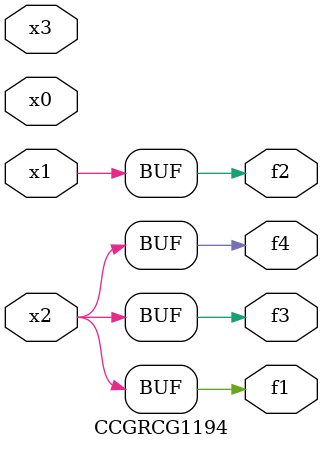
<source format=v>
module CCGRCG1194(
	input x0, x1, x2, x3,
	output f1, f2, f3, f4
);
	assign f1 = x2;
	assign f2 = x1;
	assign f3 = x2;
	assign f4 = x2;
endmodule

</source>
